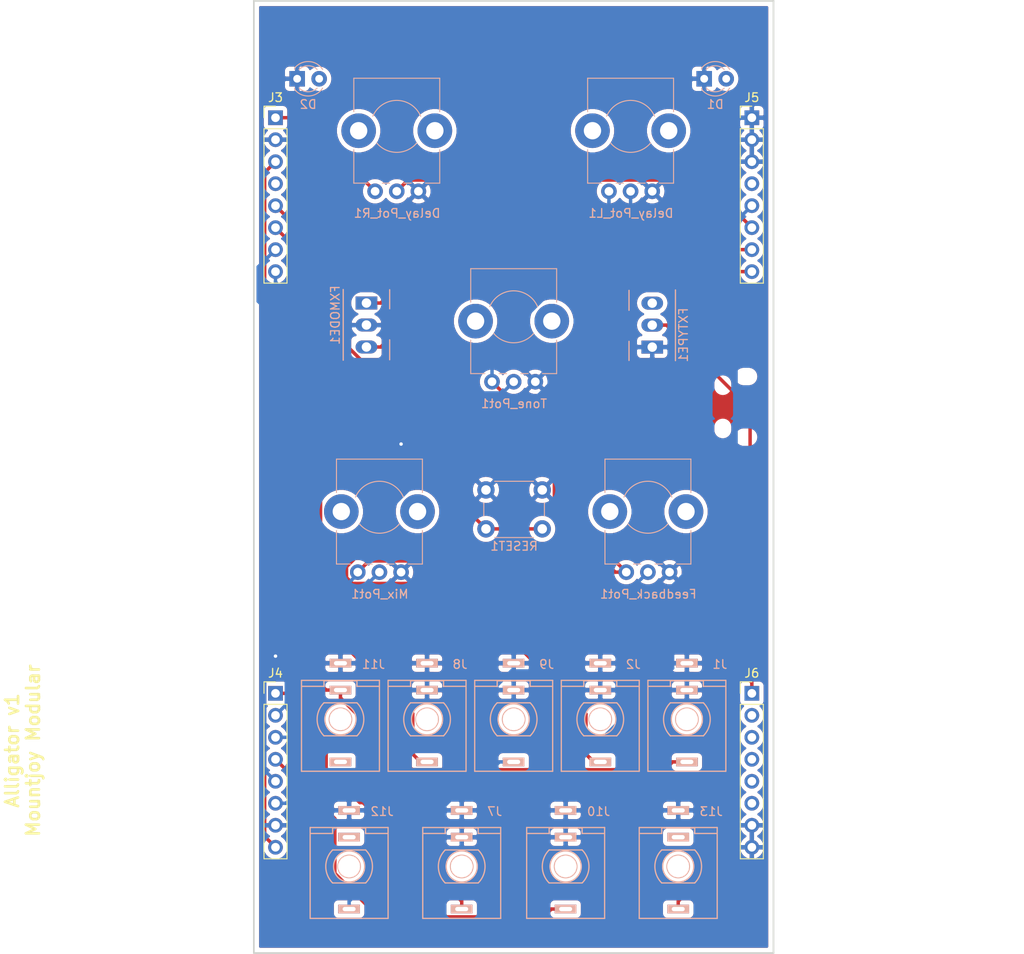
<source format=kicad_pcb>
(kicad_pcb (version 20171130) (host pcbnew "(5.1.5)-3")
  (layers (0 F.Cu signal) (31 B.Cu signal) (34 B.Paste user) (35 F.Paste user) (36 B.SilkS user) (37 F.SilkS user) (38 B.Mask user) (39 F.Mask user) (44 Edge.Cuts user))
  (net 0 "")
  (net 1 GND)
  (net 2 +3.3VA)
  (net 3 /DELAY_CHORUS)
  (net 4 /MODE1)
  (net 5 /MODE2)
  (net 6 /USB_VBUS)
  (net 7 /USB_DM)
  (net 8 /USB_DP)
  (net 9 /EXT_AUDIO_IN_L)
  (net 10 /EXT_AUDIO_IN_R)
  (net 11 /RESET)
  (net 12 /EXT_AUDIO_OUT_L)
  (net 13 /EXT_AUDIO_OUT_R)
  (net 14 /CLOCK)
  (net 15 /DELAY_CV_L)
  (net 16 /DELAY_POT_L)
  (net 17 /DELAY_CV_R)
  (net 18 /DELAY_POT_R)
  (net 19 /MIX_POT)
  (net 20 /MIX_CV)
  (net 21 /FEEDBACK_CV)
  (net 22 /FEEDBACK_POT)
  (net 23 /LED1)
  (net 24 /LED2)
  (net 25 /TONE_POT)
  (net 26 "Net-(J12-Pad2)")
  (net 27 "Net-(J13-Pad2)")
  (module Buttons_Switches_THT:SW_PUSH_6mm (layer B.Cu) (at 126.8 111)
    (fp_text reference RESET1 (at 3.25 2) (layer B.SilkS) (effects (justify mirror)))
    (fp_text value SW_Push)
    (fp_line (start 1 -5.5) (end 5.5 -5.5) (layer B.SilkS) (width 0.12))
    (fp_line (start -0.25 -1.5) (end -0.25 -3) (layer B.SilkS) (width 0.12))
    (fp_line (start 5.5 1) (end 1 1) (layer B.SilkS) (width 0.12))
    (fp_line (start 6.75 -3) (end 6.75 -1.5) (layer B.SilkS) (width 0.12))
    (pad 2 thru_hole circle (at 0 -4.5 270) (size 2 2) (drill 1.1) (layers *.Cu *.Mask) (net 1 GND))
    (pad 1 thru_hole circle (at 0 0 270) (size 2 2) (drill 1.1) (layers *.Cu *.Mask) (net 11 /RESET))
    (pad 2 thru_hole circle (at 6.5 -4.5 270) (size 2 2) (drill 1.1) (layers *.Cu *.Mask) (net 1 GND))
    (pad 1 thru_hole circle (at 6.5 0 270) (size 2 2) (drill 1.1) (layers *.Cu *.Mask) (net 11 /RESET))
  )
  (module Custom_Footprints:THONKICONN_hole (layer B.Cu) (at 120 133)
    (fp_text reference J8 (at 3.81 -6.35) (layer B.SilkS) (effects (justify mirror)))
    (fp_text value Delay_CV_R hide)
    (fp_circle (center 0 0) (end 1.3 0) (layer B.SilkS) (width 0.15))
    (fp_line (start -4.5 6) (end 4.5 6) (layer B.SilkS) (width 0.15))
    (fp_line (start -4.5 -4.5) (end 4.5 -4.5) (layer B.SilkS) (width 0.15))
    (fp_line (start -4.5 6) (end -4.5 -4.5) (layer B.SilkS) (width 0.15))
    (fp_line (start 4.5 6) (end 4.5 -4.5) (layer B.SilkS) (width 0.15))
    (fp_circle (center 0 0) (end 1.27 -1.27) (layer B.SilkS) (width 0.15))
    (fp_line (start -1.905 1.905) (end 1.905 1.905) (layer B.SilkS) (width 0.15))
    (fp_line (start 1.905 -1.905) (end -1.905 -1.905) (layer B.SilkS) (width 0.15))
    (fp_arc (start 0 0) (end -1.905 -1.905) (angle -90) (layer B.SilkS) (width 0.15))
    (fp_arc (start 0 0) (end 1.905 1.905) (angle -90) (layer B.SilkS) (width 0.15))
    (fp_line (start 1.905 -3.81) (end 4.445 -3.81) (layer B.SilkS) (width 0.15))
    (fp_line (start 1.905 -4.445) (end 1.905 -3.81) (layer B.SilkS) (width 0.15))
    (fp_line (start -1.905 -4.445) (end 1.905 -4.445) (layer B.SilkS) (width 0.15))
    (fp_line (start -1.905 -3.81) (end -1.905 -4.445) (layer B.SilkS) (width 0.15))
    (fp_line (start -4.445 -3.81) (end -1.905 -3.81) (layer B.SilkS) (width 0.15))
    (pad "" np_thru_hole circle (at 0 0) (size 2.5 2.5) (drill 2.5) (layers *.Cu *.Mask))
    (pad 1 thru_hole rect (at 0 -6.48) (size 2.5 1) (drill oval 1.5 0.5) (layers *.Cu *.Mask B.SilkS) (net 1 GND))
    (pad 2 thru_hole rect (at 0 -3.38) (size 2.5 1) (drill oval 1.5 0.5) (layers *.Cu *.Mask B.SilkS) (net 1 GND))
    (pad 3 thru_hole rect (at 0 4.92) (size 2.5 1) (drill oval 1.5 0.5) (layers *.Cu *.Mask B.SilkS) (net 17 /DELAY_CV_R))
  )
  (module Custom_Footprints:SPDTSubMiniature (layer B.Cu) (at 113 84.9078 270)
    (fp_text reference FXMODE1 (at 1.4 3.6 90) (layer B.SilkS) (effects (justify mirror)))
    (fp_text value SW_SPDT_MSM)
    (fp_line (start 4.254 -2.681) (end 6.554 -2.681) (layer B.SilkS) (width 0.15))
    (fp_line (start -1.538 -2.681) (end 0.662 -2.681) (layer B.SilkS) (width 0.15))
    (fp_line (start -1.5634 2.681) (end 6.604 2.681) (layer B.SilkS) (width 0.15))
    (pad 3 thru_hole oval (at 5.08 0 270) (size 1.5 2.5) (drill 1.0922) (layers *.Cu *.Mask) (net 5 /MODE2))
    (pad 2 thru_hole oval (at 2.54 0 270) (size 1.5 2.5) (drill 1.0922) (layers *.Cu *.Mask) (net 1 GND))
    (pad 1 thru_hole rect (at 0 0 270) (size 1.5 2.5) (drill 1.0922) (layers *.Cu *.Mask) (net 4 /MODE1))
  )
  (module Custom_Footprints:SPDTSubMiniature (layer B.Cu) (at 146 90 90)
    (fp_text reference FXTYPE1 (at 1.4 3.6 90) (layer B.SilkS) (effects (justify mirror)))
    (fp_text value SW_SPST)
    (fp_line (start 4.254 -2.681) (end 6.554 -2.681) (layer B.SilkS) (width 0.15))
    (fp_line (start -1.538 -2.681) (end 0.662 -2.681) (layer B.SilkS) (width 0.15))
    (fp_line (start -1.5634 2.681) (end 6.604 2.681) (layer B.SilkS) (width 0.15))
    (pad 3 thru_hole oval (at 5.08 0 90) (size 1.5 2.5) (drill 1.0922) (layers *.Cu *.Mask))
    (pad 2 thru_hole oval (at 2.54 0 90) (size 1.5 2.5) (drill 1.0922) (layers *.Cu *.Mask) (net 3 /DELAY_CHORUS))
    (pad 1 thru_hole rect (at 0 0 90) (size 1.5 2.5) (drill 1.0922) (layers *.Cu *.Mask) (net 1 GND))
  )
  (module Custom_Footprints:Alpha_9mm_Potentiometer (layer B.Cu) (at 114 72 90)
    (fp_text reference Delay_Pot_R1 (at -2.54 2.54) (layer B.SilkS) (effects (justify mirror)))
    (fp_text value A10k)
    (fp_line (start 13.06 7.461) (end 13.06 -2.46) (layer B.SilkS) (width 0.12))
    (fp_line (start 0.94 -0.825) (end 0.94 -2.46) (layer B.SilkS) (width 0.12))
    (fp_line (start 0.94 1.675) (end 0.94 0.825) (layer B.SilkS) (width 0.12))
    (fp_line (start 0.94 4.175) (end 0.94 3.325) (layer B.SilkS) (width 0.12))
    (fp_line (start 0.94 7.461) (end 0.94 5.825) (layer B.SilkS) (width 0.12))
    (fp_line (start 9.195 -2.46) (end 13.06 -2.46) (layer B.SilkS) (width 0.12))
    (fp_line (start 0.94 -2.46) (end 4.806 -2.46) (layer B.SilkS) (width 0.12))
    (fp_line (start 9.195 7.461) (end 13.06 7.461) (layer B.SilkS) (width 0.12))
    (fp_line (start 0.94 7.461) (end 4.806 7.461) (layer B.SilkS) (width 0.12))
    (fp_arc (start 7.5 2.5) (end 5.572 4.798) (angle 100) (layer B.SilkS) (width 0.12))
    (fp_arc (start 7.5 2.5) (end 8.673 -0.262) (angle 134) (layer B.SilkS) (width 0.12))
    (pad 0 np_thru_hole circle (at 7 -1.9 90) (size 4 4) (drill 2) (layers *.Cu *.Mask))
    (pad 0 np_thru_hole circle (at 7 6.9 90) (size 4 4) (drill 2) (layers *.Cu *.Mask))
    (pad 1 thru_hole circle (at 0 0 90) (size 1.8 1.8) (drill 1) (layers *.Cu *.Mask) (net 2 +3.3VA))
    (pad 2 thru_hole circle (at 0 2.5 90) (size 1.8 1.8) (drill 1) (layers *.Cu *.Mask) (net 18 /DELAY_POT_R))
    (pad 3 thru_hole circle (at 0 5 90) (size 1.8 1.8) (drill 1) (layers *.Cu *.Mask) (net 1 GND))
  )
  (module Custom_Footprints:Alpha_9mm_Potentiometer (layer B.Cu) (at 141 72 90)
    (fp_text reference Delay_Pot_L1 (at -2.54 2.54) (layer B.SilkS) (effects (justify mirror)))
    (fp_text value A10k)
    (fp_line (start 13.06 7.461) (end 13.06 -2.46) (layer B.SilkS) (width 0.12))
    (fp_line (start 0.94 -0.825) (end 0.94 -2.46) (layer B.SilkS) (width 0.12))
    (fp_line (start 0.94 1.675) (end 0.94 0.825) (layer B.SilkS) (width 0.12))
    (fp_line (start 0.94 4.175) (end 0.94 3.325) (layer B.SilkS) (width 0.12))
    (fp_line (start 0.94 7.461) (end 0.94 5.825) (layer B.SilkS) (width 0.12))
    (fp_line (start 9.195 -2.46) (end 13.06 -2.46) (layer B.SilkS) (width 0.12))
    (fp_line (start 0.94 -2.46) (end 4.806 -2.46) (layer B.SilkS) (width 0.12))
    (fp_line (start 9.195 7.461) (end 13.06 7.461) (layer B.SilkS) (width 0.12))
    (fp_line (start 0.94 7.461) (end 4.806 7.461) (layer B.SilkS) (width 0.12))
    (fp_arc (start 7.5 2.5) (end 5.572 4.798) (angle 100) (layer B.SilkS) (width 0.12))
    (fp_arc (start 7.5 2.5) (end 8.673 -0.262) (angle 134) (layer B.SilkS) (width 0.12))
    (pad 0 np_thru_hole circle (at 7 -1.9 90) (size 4 4) (drill 2) (layers *.Cu *.Mask))
    (pad 0 np_thru_hole circle (at 7 6.9 90) (size 4 4) (drill 2) (layers *.Cu *.Mask))
    (pad 1 thru_hole circle (at 0 0 90) (size 1.8 1.8) (drill 1) (layers *.Cu *.Mask) (net 2 +3.3VA))
    (pad 2 thru_hole circle (at 0 2.5 90) (size 1.8 1.8) (drill 1) (layers *.Cu *.Mask) (net 16 /DELAY_POT_L))
    (pad 3 thru_hole circle (at 0 5 90) (size 1.8 1.8) (drill 1) (layers *.Cu *.Mask) (net 1 GND))
  )
  (module Custom_Footprints:Alpha_9mm_Potentiometer (layer B.Cu) (at 143 116 90)
    (fp_text reference Feedback_Pot1 (at -2.54 2.54) (layer B.SilkS) (effects (justify mirror)))
    (fp_text value A10k)
    (fp_line (start 13.06 7.461) (end 13.06 -2.46) (layer B.SilkS) (width 0.12))
    (fp_line (start 0.94 -0.825) (end 0.94 -2.46) (layer B.SilkS) (width 0.12))
    (fp_line (start 0.94 1.675) (end 0.94 0.825) (layer B.SilkS) (width 0.12))
    (fp_line (start 0.94 4.175) (end 0.94 3.325) (layer B.SilkS) (width 0.12))
    (fp_line (start 0.94 7.461) (end 0.94 5.825) (layer B.SilkS) (width 0.12))
    (fp_line (start 9.195 -2.46) (end 13.06 -2.46) (layer B.SilkS) (width 0.12))
    (fp_line (start 0.94 -2.46) (end 4.806 -2.46) (layer B.SilkS) (width 0.12))
    (fp_line (start 9.195 7.461) (end 13.06 7.461) (layer B.SilkS) (width 0.12))
    (fp_line (start 0.94 7.461) (end 4.806 7.461) (layer B.SilkS) (width 0.12))
    (fp_arc (start 7.5 2.5) (end 5.572 4.798) (angle 100) (layer B.SilkS) (width 0.12))
    (fp_arc (start 7.5 2.5) (end 8.673 -0.262) (angle 134) (layer B.SilkS) (width 0.12))
    (pad 0 np_thru_hole circle (at 7 -1.9 90) (size 4 4) (drill 2) (layers *.Cu *.Mask))
    (pad 0 np_thru_hole circle (at 7 6.9 90) (size 4 4) (drill 2) (layers *.Cu *.Mask))
    (pad 1 thru_hole circle (at 0 0 90) (size 1.8 1.8) (drill 1) (layers *.Cu *.Mask) (net 2 +3.3VA))
    (pad 2 thru_hole circle (at 0 2.5 90) (size 1.8 1.8) (drill 1) (layers *.Cu *.Mask) (net 22 /FEEDBACK_POT))
    (pad 3 thru_hole circle (at 0 5 90) (size 1.8 1.8) (drill 1) (layers *.Cu *.Mask) (net 1 GND))
  )
  (module Custom_Footprints:Alpha_9mm_Potentiometer (layer B.Cu) (at 127.5 94 90)
    (fp_text reference Tone_Pot1 (at -2.54 2.54) (layer B.SilkS) (effects (justify mirror)))
    (fp_text value A10k)
    (fp_line (start 13.06 7.461) (end 13.06 -2.46) (layer B.SilkS) (width 0.12))
    (fp_line (start 0.94 -0.825) (end 0.94 -2.46) (layer B.SilkS) (width 0.12))
    (fp_line (start 0.94 1.675) (end 0.94 0.825) (layer B.SilkS) (width 0.12))
    (fp_line (start 0.94 4.175) (end 0.94 3.325) (layer B.SilkS) (width 0.12))
    (fp_line (start 0.94 7.461) (end 0.94 5.825) (layer B.SilkS) (width 0.12))
    (fp_line (start 9.195 -2.46) (end 13.06 -2.46) (layer B.SilkS) (width 0.12))
    (fp_line (start 0.94 -2.46) (end 4.806 -2.46) (layer B.SilkS) (width 0.12))
    (fp_line (start 9.195 7.461) (end 13.06 7.461) (layer B.SilkS) (width 0.12))
    (fp_line (start 0.94 7.461) (end 4.806 7.461) (layer B.SilkS) (width 0.12))
    (fp_arc (start 7.5 2.5) (end 5.572 4.798) (angle 100) (layer B.SilkS) (width 0.12))
    (fp_arc (start 7.5 2.5) (end 8.673 -0.262) (angle 134) (layer B.SilkS) (width 0.12))
    (pad 0 np_thru_hole circle (at 7 -1.9 90) (size 4 4) (drill 2) (layers *.Cu *.Mask))
    (pad 0 np_thru_hole circle (at 7 6.9 90) (size 4 4) (drill 2) (layers *.Cu *.Mask))
    (pad 1 thru_hole circle (at 0 0 90) (size 1.8 1.8) (drill 1) (layers *.Cu *.Mask) (net 2 +3.3VA))
    (pad 2 thru_hole circle (at 0 2.5 90) (size 1.8 1.8) (drill 1) (layers *.Cu *.Mask) (net 25 /TONE_POT))
    (pad 3 thru_hole circle (at 0 5 90) (size 1.8 1.8) (drill 1) (layers *.Cu *.Mask) (net 1 GND))
  )
  (module Custom_Footprints:Alpha_9mm_Potentiometer (layer B.Cu) (at 112 116 90)
    (fp_text reference Mix_Pot1 (at -2.54 2.54) (layer B.SilkS) (effects (justify mirror)))
    (fp_text value A10k)
    (fp_line (start 13.06 7.461) (end 13.06 -2.46) (layer B.SilkS) (width 0.12))
    (fp_line (start 0.94 -0.825) (end 0.94 -2.46) (layer B.SilkS) (width 0.12))
    (fp_line (start 0.94 1.675) (end 0.94 0.825) (layer B.SilkS) (width 0.12))
    (fp_line (start 0.94 4.175) (end 0.94 3.325) (layer B.SilkS) (width 0.12))
    (fp_line (start 0.94 7.461) (end 0.94 5.825) (layer B.SilkS) (width 0.12))
    (fp_line (start 9.195 -2.46) (end 13.06 -2.46) (layer B.SilkS) (width 0.12))
    (fp_line (start 0.94 -2.46) (end 4.806 -2.46) (layer B.SilkS) (width 0.12))
    (fp_line (start 9.195 7.461) (end 13.06 7.461) (layer B.SilkS) (width 0.12))
    (fp_line (start 0.94 7.461) (end 4.806 7.461) (layer B.SilkS) (width 0.12))
    (fp_arc (start 7.5 2.5) (end 5.572 4.798) (angle 100) (layer B.SilkS) (width 0.12))
    (fp_arc (start 7.5 2.5) (end 8.673 -0.262) (angle 134) (layer B.SilkS) (width 0.12))
    (pad 0 np_thru_hole circle (at 7 -1.9 90) (size 4 4) (drill 2) (layers *.Cu *.Mask))
    (pad 0 np_thru_hole circle (at 7 6.9 90) (size 4 4) (drill 2) (layers *.Cu *.Mask))
    (pad 1 thru_hole circle (at 0 0 90) (size 1.8 1.8) (drill 1) (layers *.Cu *.Mask) (net 2 +3.3VA))
    (pad 2 thru_hole circle (at 0 2.5 90) (size 1.8 1.8) (drill 1) (layers *.Cu *.Mask) (net 19 /MIX_POT))
    (pad 3 thru_hole circle (at 0 5 90) (size 1.8 1.8) (drill 1) (layers *.Cu *.Mask) (net 1 GND))
  )
  (module Custom_Footprints:THONKICONN_hole (layer B.Cu) (at 149 150)
    (fp_text reference J13 (at 3.81 -6.35) (layer B.SilkS) (effects (justify mirror)))
    (fp_text value Audio_Out_L hide)
    (fp_circle (center 0 0) (end 1.3 0) (layer B.SilkS) (width 0.15))
    (fp_line (start -4.5 6) (end 4.5 6) (layer B.SilkS) (width 0.15))
    (fp_line (start -4.5 -4.5) (end 4.5 -4.5) (layer B.SilkS) (width 0.15))
    (fp_line (start -4.5 6) (end -4.5 -4.5) (layer B.SilkS) (width 0.15))
    (fp_line (start 4.5 6) (end 4.5 -4.5) (layer B.SilkS) (width 0.15))
    (fp_circle (center 0 0) (end 1.27 -1.27) (layer B.SilkS) (width 0.15))
    (fp_line (start -1.905 1.905) (end 1.905 1.905) (layer B.SilkS) (width 0.15))
    (fp_line (start 1.905 -1.905) (end -1.905 -1.905) (layer B.SilkS) (width 0.15))
    (fp_arc (start 0 0) (end -1.905 -1.905) (angle -90) (layer B.SilkS) (width 0.15))
    (fp_arc (start 0 0) (end 1.905 1.905) (angle -90) (layer B.SilkS) (width 0.15))
    (fp_line (start 1.905 -3.81) (end 4.445 -3.81) (layer B.SilkS) (width 0.15))
    (fp_line (start 1.905 -4.445) (end 1.905 -3.81) (layer B.SilkS) (width 0.15))
    (fp_line (start -1.905 -4.445) (end 1.905 -4.445) (layer B.SilkS) (width 0.15))
    (fp_line (start -1.905 -3.81) (end -1.905 -4.445) (layer B.SilkS) (width 0.15))
    (fp_line (start -4.445 -3.81) (end -1.905 -3.81) (layer B.SilkS) (width 0.15))
    (pad "" np_thru_hole circle (at 0 0) (size 2.5 2.5) (drill 2.5) (layers *.Cu *.Mask))
    (pad 1 thru_hole rect (at 0 -6.48) (size 2.5 1) (drill oval 1.5 0.5) (layers *.Cu *.Mask B.SilkS) (net 1 GND))
    (pad 2 thru_hole rect (at 0 -3.38) (size 2.5 1) (drill oval 1.5 0.5) (layers *.Cu *.Mask B.SilkS) (net 27 "Net-(J13-Pad2)"))
    (pad 3 thru_hole rect (at 0 4.92) (size 2.5 1) (drill oval 1.5 0.5) (layers *.Cu *.Mask B.SilkS) (net 12 /EXT_AUDIO_OUT_L))
  )
  (module Custom_Footprints:THONKICONN_hole (layer B.Cu) (at 111 150)
    (fp_text reference J12 (at 3.81 -6.35) (layer B.SilkS) (effects (justify mirror)))
    (fp_text value Audio_Out_R hide)
    (fp_circle (center 0 0) (end 1.3 0) (layer B.SilkS) (width 0.15))
    (fp_line (start -4.5 6) (end 4.5 6) (layer B.SilkS) (width 0.15))
    (fp_line (start -4.5 -4.5) (end 4.5 -4.5) (layer B.SilkS) (width 0.15))
    (fp_line (start -4.5 6) (end -4.5 -4.5) (layer B.SilkS) (width 0.15))
    (fp_line (start 4.5 6) (end 4.5 -4.5) (layer B.SilkS) (width 0.15))
    (fp_circle (center 0 0) (end 1.27 -1.27) (layer B.SilkS) (width 0.15))
    (fp_line (start -1.905 1.905) (end 1.905 1.905) (layer B.SilkS) (width 0.15))
    (fp_line (start 1.905 -1.905) (end -1.905 -1.905) (layer B.SilkS) (width 0.15))
    (fp_arc (start 0 0) (end -1.905 -1.905) (angle -90) (layer B.SilkS) (width 0.15))
    (fp_arc (start 0 0) (end 1.905 1.905) (angle -90) (layer B.SilkS) (width 0.15))
    (fp_line (start 1.905 -3.81) (end 4.445 -3.81) (layer B.SilkS) (width 0.15))
    (fp_line (start 1.905 -4.445) (end 1.905 -3.81) (layer B.SilkS) (width 0.15))
    (fp_line (start -1.905 -4.445) (end 1.905 -4.445) (layer B.SilkS) (width 0.15))
    (fp_line (start -1.905 -3.81) (end -1.905 -4.445) (layer B.SilkS) (width 0.15))
    (fp_line (start -4.445 -3.81) (end -1.905 -3.81) (layer B.SilkS) (width 0.15))
    (pad "" np_thru_hole circle (at 0 0) (size 2.5 2.5) (drill 2.5) (layers *.Cu *.Mask))
    (pad 1 thru_hole rect (at 0 -6.48) (size 2.5 1) (drill oval 1.5 0.5) (layers *.Cu *.Mask B.SilkS) (net 1 GND))
    (pad 2 thru_hole rect (at 0 -3.38) (size 2.5 1) (drill oval 1.5 0.5) (layers *.Cu *.Mask B.SilkS) (net 26 "Net-(J12-Pad2)"))
    (pad 3 thru_hole rect (at 0 4.92) (size 2.5 1) (drill oval 1.5 0.5) (layers *.Cu *.Mask B.SilkS) (net 13 /EXT_AUDIO_OUT_R))
  )
  (module Custom_Footprints:THONKICONN_hole (layer B.Cu) (at 110 133)
    (fp_text reference J11 (at 3.81 -6.35) (layer B.SilkS) (effects (justify mirror)))
    (fp_text value Audio_In_R hide)
    (fp_circle (center 0 0) (end 1.3 0) (layer B.SilkS) (width 0.15))
    (fp_line (start -4.5 6) (end 4.5 6) (layer B.SilkS) (width 0.15))
    (fp_line (start -4.5 -4.5) (end 4.5 -4.5) (layer B.SilkS) (width 0.15))
    (fp_line (start -4.5 6) (end -4.5 -4.5) (layer B.SilkS) (width 0.15))
    (fp_line (start 4.5 6) (end 4.5 -4.5) (layer B.SilkS) (width 0.15))
    (fp_circle (center 0 0) (end 1.27 -1.27) (layer B.SilkS) (width 0.15))
    (fp_line (start -1.905 1.905) (end 1.905 1.905) (layer B.SilkS) (width 0.15))
    (fp_line (start 1.905 -1.905) (end -1.905 -1.905) (layer B.SilkS) (width 0.15))
    (fp_arc (start 0 0) (end -1.905 -1.905) (angle -90) (layer B.SilkS) (width 0.15))
    (fp_arc (start 0 0) (end 1.905 1.905) (angle -90) (layer B.SilkS) (width 0.15))
    (fp_line (start 1.905 -3.81) (end 4.445 -3.81) (layer B.SilkS) (width 0.15))
    (fp_line (start 1.905 -4.445) (end 1.905 -3.81) (layer B.SilkS) (width 0.15))
    (fp_line (start -1.905 -4.445) (end 1.905 -4.445) (layer B.SilkS) (width 0.15))
    (fp_line (start -1.905 -3.81) (end -1.905 -4.445) (layer B.SilkS) (width 0.15))
    (fp_line (start -4.445 -3.81) (end -1.905 -3.81) (layer B.SilkS) (width 0.15))
    (pad "" np_thru_hole circle (at 0 0) (size 2.5 2.5) (drill 2.5) (layers *.Cu *.Mask))
    (pad 1 thru_hole rect (at 0 -6.48) (size 2.5 1) (drill oval 1.5 0.5) (layers *.Cu *.Mask B.SilkS) (net 1 GND))
    (pad 2 thru_hole rect (at 0 -3.38) (size 2.5 1) (drill oval 1.5 0.5) (layers *.Cu *.Mask B.SilkS) (net 9 /EXT_AUDIO_IN_L))
    (pad 3 thru_hole rect (at 0 4.92) (size 2.5 1) (drill oval 1.5 0.5) (layers *.Cu *.Mask B.SilkS) (net 10 /EXT_AUDIO_IN_R))
  )
  (module Custom_Footprints:THONKICONN_hole (layer B.Cu) (at 136 150)
    (fp_text reference J10 (at 3.81 -6.35) (layer B.SilkS) (effects (justify mirror)))
    (fp_text value Feedback_CV hide)
    (fp_circle (center 0 0) (end 1.3 0) (layer B.SilkS) (width 0.15))
    (fp_line (start -4.5 6) (end 4.5 6) (layer B.SilkS) (width 0.15))
    (fp_line (start -4.5 -4.5) (end 4.5 -4.5) (layer B.SilkS) (width 0.15))
    (fp_line (start -4.5 6) (end -4.5 -4.5) (layer B.SilkS) (width 0.15))
    (fp_line (start 4.5 6) (end 4.5 -4.5) (layer B.SilkS) (width 0.15))
    (fp_circle (center 0 0) (end 1.27 -1.27) (layer B.SilkS) (width 0.15))
    (fp_line (start -1.905 1.905) (end 1.905 1.905) (layer B.SilkS) (width 0.15))
    (fp_line (start 1.905 -1.905) (end -1.905 -1.905) (layer B.SilkS) (width 0.15))
    (fp_arc (start 0 0) (end -1.905 -1.905) (angle -90) (layer B.SilkS) (width 0.15))
    (fp_arc (start 0 0) (end 1.905 1.905) (angle -90) (layer B.SilkS) (width 0.15))
    (fp_line (start 1.905 -3.81) (end 4.445 -3.81) (layer B.SilkS) (width 0.15))
    (fp_line (start 1.905 -4.445) (end 1.905 -3.81) (layer B.SilkS) (width 0.15))
    (fp_line (start -1.905 -4.445) (end 1.905 -4.445) (layer B.SilkS) (width 0.15))
    (fp_line (start -1.905 -3.81) (end -1.905 -4.445) (layer B.SilkS) (width 0.15))
    (fp_line (start -4.445 -3.81) (end -1.905 -3.81) (layer B.SilkS) (width 0.15))
    (pad "" np_thru_hole circle (at 0 0) (size 2.5 2.5) (drill 2.5) (layers *.Cu *.Mask))
    (pad 1 thru_hole rect (at 0 -6.48) (size 2.5 1) (drill oval 1.5 0.5) (layers *.Cu *.Mask B.SilkS) (net 1 GND))
    (pad 2 thru_hole rect (at 0 -3.38) (size 2.5 1) (drill oval 1.5 0.5) (layers *.Cu *.Mask B.SilkS) (net 1 GND))
    (pad 3 thru_hole rect (at 0 4.92) (size 2.5 1) (drill oval 1.5 0.5) (layers *.Cu *.Mask B.SilkS) (net 21 /FEEDBACK_CV))
  )
  (module Custom_Footprints:THONKICONN_hole (layer B.Cu) (at 130 133)
    (fp_text reference J9 (at 3.81 -6.35) (layer B.SilkS) (effects (justify mirror)))
    (fp_text value Clock hide)
    (fp_circle (center 0 0) (end 1.3 0) (layer B.SilkS) (width 0.15))
    (fp_line (start -4.5 6) (end 4.5 6) (layer B.SilkS) (width 0.15))
    (fp_line (start -4.5 -4.5) (end 4.5 -4.5) (layer B.SilkS) (width 0.15))
    (fp_line (start -4.5 6) (end -4.5 -4.5) (layer B.SilkS) (width 0.15))
    (fp_line (start 4.5 6) (end 4.5 -4.5) (layer B.SilkS) (width 0.15))
    (fp_circle (center 0 0) (end 1.27 -1.27) (layer B.SilkS) (width 0.15))
    (fp_line (start -1.905 1.905) (end 1.905 1.905) (layer B.SilkS) (width 0.15))
    (fp_line (start 1.905 -1.905) (end -1.905 -1.905) (layer B.SilkS) (width 0.15))
    (fp_arc (start 0 0) (end -1.905 -1.905) (angle -90) (layer B.SilkS) (width 0.15))
    (fp_arc (start 0 0) (end 1.905 1.905) (angle -90) (layer B.SilkS) (width 0.15))
    (fp_line (start 1.905 -3.81) (end 4.445 -3.81) (layer B.SilkS) (width 0.15))
    (fp_line (start 1.905 -4.445) (end 1.905 -3.81) (layer B.SilkS) (width 0.15))
    (fp_line (start -1.905 -4.445) (end 1.905 -4.445) (layer B.SilkS) (width 0.15))
    (fp_line (start -1.905 -3.81) (end -1.905 -4.445) (layer B.SilkS) (width 0.15))
    (fp_line (start -4.445 -3.81) (end -1.905 -3.81) (layer B.SilkS) (width 0.15))
    (pad "" np_thru_hole circle (at 0 0) (size 2.5 2.5) (drill 2.5) (layers *.Cu *.Mask))
    (pad 1 thru_hole rect (at 0 -6.48) (size 2.5 1) (drill oval 1.5 0.5) (layers *.Cu *.Mask B.SilkS) (net 1 GND))
    (pad 2 thru_hole rect (at 0 -3.38) (size 2.5 1) (drill oval 1.5 0.5) (layers *.Cu *.Mask B.SilkS) (net 1 GND))
    (pad 3 thru_hole rect (at 0 4.92) (size 2.5 1) (drill oval 1.5 0.5) (layers *.Cu *.Mask B.SilkS) (net 14 /CLOCK))
  )
  (module Custom_Footprints:THONKICONN_hole (layer B.Cu) (at 124 150)
    (fp_text reference J7 (at 3.81 -6.35) (layer B.SilkS) (effects (justify mirror)))
    (fp_text value Mix_CV hide)
    (fp_circle (center 0 0) (end 1.3 0) (layer B.SilkS) (width 0.15))
    (fp_line (start -4.5 6) (end 4.5 6) (layer B.SilkS) (width 0.15))
    (fp_line (start -4.5 -4.5) (end 4.5 -4.5) (layer B.SilkS) (width 0.15))
    (fp_line (start -4.5 6) (end -4.5 -4.5) (layer B.SilkS) (width 0.15))
    (fp_line (start 4.5 6) (end 4.5 -4.5) (layer B.SilkS) (width 0.15))
    (fp_circle (center 0 0) (end 1.27 -1.27) (layer B.SilkS) (width 0.15))
    (fp_line (start -1.905 1.905) (end 1.905 1.905) (layer B.SilkS) (width 0.15))
    (fp_line (start 1.905 -1.905) (end -1.905 -1.905) (layer B.SilkS) (width 0.15))
    (fp_arc (start 0 0) (end -1.905 -1.905) (angle -90) (layer B.SilkS) (width 0.15))
    (fp_arc (start 0 0) (end 1.905 1.905) (angle -90) (layer B.SilkS) (width 0.15))
    (fp_line (start 1.905 -3.81) (end 4.445 -3.81) (layer B.SilkS) (width 0.15))
    (fp_line (start 1.905 -4.445) (end 1.905 -3.81) (layer B.SilkS) (width 0.15))
    (fp_line (start -1.905 -4.445) (end 1.905 -4.445) (layer B.SilkS) (width 0.15))
    (fp_line (start -1.905 -3.81) (end -1.905 -4.445) (layer B.SilkS) (width 0.15))
    (fp_line (start -4.445 -3.81) (end -1.905 -3.81) (layer B.SilkS) (width 0.15))
    (pad "" np_thru_hole circle (at 0 0) (size 2.5 2.5) (drill 2.5) (layers *.Cu *.Mask))
    (pad 1 thru_hole rect (at 0 -6.48) (size 2.5 1) (drill oval 1.5 0.5) (layers *.Cu *.Mask B.SilkS) (net 1 GND))
    (pad 2 thru_hole rect (at 0 -3.38) (size 2.5 1) (drill oval 1.5 0.5) (layers *.Cu *.Mask B.SilkS) (net 1 GND))
    (pad 3 thru_hole rect (at 0 4.92) (size 2.5 1) (drill oval 1.5 0.5) (layers *.Cu *.Mask B.SilkS) (net 20 /MIX_CV))
  )
  (module Socket_Strips:Socket_Strip_Straight_1x08_Pitch2.54mm (layer F.Cu) (at 157.5 130)
    (fp_text reference J6 (at 0 -2.33) (layer F.SilkS))
    (fp_text value Conn_01x08_Female)
    (fp_line (start -1.33 1.27) (end -1.33 19.11) (layer F.SilkS) (width 0.12))
    (fp_line (start -1.33 19.11) (end 1.33 19.11) (layer F.SilkS) (width 0.12))
    (fp_line (start 1.33 19.11) (end 1.33 1.27) (layer F.SilkS) (width 0.12))
    (fp_line (start 1.33 1.27) (end -1.33 1.27) (layer F.SilkS) (width 0.12))
    (fp_line (start -1.33 0) (end -1.33 -1.33) (layer F.SilkS) (width 0.12))
    (fp_line (start -1.33 -1.33) (end 0 -1.33) (layer F.SilkS) (width 0.12))
    (pad 1 thru_hole rect (at 0 0) (size 1.7 1.7) (drill 1) (layers *.Cu *.Mask) (net 3 /DELAY_CHORUS))
    (pad 2 thru_hole oval (at 0 2.54) (size 1.7 1.7) (drill 1) (layers *.Cu *.Mask) (net 24 /LED2))
    (pad 3 thru_hole oval (at 0 5.08) (size 1.7 1.7) (drill 1) (layers *.Cu *.Mask) (net 23 /LED1))
    (pad 4 thru_hole oval (at 0 7.62) (size 1.7 1.7) (drill 1) (layers *.Cu *.Mask) (net 8 /USB_DP))
    (pad 5 thru_hole oval (at 0 10.16) (size 1.7 1.7) (drill 1) (layers *.Cu *.Mask) (net 7 /USB_DM))
    (pad 6 thru_hole oval (at 0 12.7) (size 1.7 1.7) (drill 1) (layers *.Cu *.Mask) (net 6 /USB_VBUS))
    (pad 7 thru_hole oval (at 0 15.24) (size 1.7 1.7) (drill 1) (layers *.Cu *.Mask) (net 1 GND))
    (pad 8 thru_hole oval (at 0 17.78) (size 1.7 1.7) (drill 1) (layers *.Cu *.Mask) (net 1 GND))
  )
  (module Socket_Strips:Socket_Strip_Straight_1x08_Pitch2.54mm (layer F.Cu) (at 157.5 63.5)
    (fp_text reference J5 (at 0 -2.33) (layer F.SilkS))
    (fp_text value Conn_01x08_Female)
    (fp_line (start -1.33 1.27) (end -1.33 19.11) (layer F.SilkS) (width 0.12))
    (fp_line (start -1.33 19.11) (end 1.33 19.11) (layer F.SilkS) (width 0.12))
    (fp_line (start 1.33 19.11) (end 1.33 1.27) (layer F.SilkS) (width 0.12))
    (fp_line (start 1.33 1.27) (end -1.33 1.27) (layer F.SilkS) (width 0.12))
    (fp_line (start -1.33 0) (end -1.33 -1.33) (layer F.SilkS) (width 0.12))
    (fp_line (start -1.33 -1.33) (end 0 -1.33) (layer F.SilkS) (width 0.12))
    (pad 1 thru_hole rect (at 0 0) (size 1.7 1.7) (drill 1) (layers *.Cu *.Mask) (net 1 GND))
    (pad 2 thru_hole oval (at 0 2.54) (size 1.7 1.7) (drill 1) (layers *.Cu *.Mask) (net 1 GND))
    (pad 3 thru_hole oval (at 0 5.08) (size 1.7 1.7) (drill 1) (layers *.Cu *.Mask) (net 1 GND))
    (pad 4 thru_hole oval (at 0 7.62) (size 1.7 1.7) (drill 1) (layers *.Cu *.Mask) (net 12 /EXT_AUDIO_OUT_L))
    (pad 5 thru_hole oval (at 0 10.16) (size 1.7 1.7) (drill 1) (layers *.Cu *.Mask) (net 13 /EXT_AUDIO_OUT_R))
    (pad 6 thru_hole oval (at 0 12.7) (size 1.7 1.7) (drill 1) (layers *.Cu *.Mask) (net 18 /DELAY_POT_R))
    (pad 7 thru_hole oval (at 0 15.24) (size 1.7 1.7) (drill 1) (layers *.Cu *.Mask) (net 4 /MODE1))
    (pad 8 thru_hole oval (at 0 17.78) (size 1.7 1.7) (drill 1) (layers *.Cu *.Mask) (net 5 /MODE2))
  )
  (module Socket_Strips:Socket_Strip_Straight_1x08_Pitch2.54mm (layer F.Cu) (at 102.5 130)
    (fp_text reference J4 (at 0 -2.33) (layer F.SilkS))
    (fp_text value Conn_01x08_Female)
    (fp_line (start -1.33 1.27) (end -1.33 19.11) (layer F.SilkS) (width 0.12))
    (fp_line (start -1.33 19.11) (end 1.33 19.11) (layer F.SilkS) (width 0.12))
    (fp_line (start 1.33 19.11) (end 1.33 1.27) (layer F.SilkS) (width 0.12))
    (fp_line (start 1.33 1.27) (end -1.33 1.27) (layer F.SilkS) (width 0.12))
    (fp_line (start -1.33 0) (end -1.33 -1.33) (layer F.SilkS) (width 0.12))
    (fp_line (start -1.33 -1.33) (end 0 -1.33) (layer F.SilkS) (width 0.12))
    (pad 1 thru_hole rect (at 0 0) (size 1.7 1.7) (drill 1) (layers *.Cu *.Mask) (net 20 /MIX_CV))
    (pad 2 thru_hole oval (at 0 2.54) (size 1.7 1.7) (drill 1) (layers *.Cu *.Mask) (net 19 /MIX_POT))
    (pad 3 thru_hole oval (at 0 5.08) (size 1.7 1.7) (drill 1) (layers *.Cu *.Mask) (net 22 /FEEDBACK_POT))
    (pad 4 thru_hole oval (at 0 7.62) (size 1.7 1.7) (drill 1) (layers *.Cu *.Mask) (net 21 /FEEDBACK_CV))
    (pad 5 thru_hole oval (at 0 10.16) (size 1.7 1.7) (drill 1) (layers *.Cu *.Mask) (net 16 /DELAY_POT_L))
    (pad 6 thru_hole oval (at 0 12.7) (size 1.7 1.7) (drill 1) (layers *.Cu *.Mask) (net 14 /CLOCK))
    (pad 7 thru_hole oval (at 0 15.24) (size 1.7 1.7) (drill 1) (layers *.Cu *.Mask) (net 1 GND))
    (pad 8 thru_hole oval (at 0 17.78) (size 1.7 1.7) (drill 1) (layers *.Cu *.Mask) (net 2 +3.3VA))
  )
  (module Socket_Strips:Socket_Strip_Straight_1x08_Pitch2.54mm (layer F.Cu) (at 102.5 63.5)
    (fp_text reference J3 (at 0 -2.33) (layer F.SilkS))
    (fp_text value Conn_01x08_Female)
    (fp_line (start -1.33 1.27) (end -1.33 19.11) (layer F.SilkS) (width 0.12))
    (fp_line (start -1.33 19.11) (end 1.33 19.11) (layer F.SilkS) (width 0.12))
    (fp_line (start 1.33 19.11) (end 1.33 1.27) (layer F.SilkS) (width 0.12))
    (fp_line (start 1.33 1.27) (end -1.33 1.27) (layer F.SilkS) (width 0.12))
    (fp_line (start -1.33 0) (end -1.33 -1.33) (layer F.SilkS) (width 0.12))
    (fp_line (start -1.33 -1.33) (end 0 -1.33) (layer F.SilkS) (width 0.12))
    (pad 1 thru_hole rect (at 0 0) (size 1.7 1.7) (drill 1) (layers *.Cu *.Mask) (net 2 +3.3VA))
    (pad 2 thru_hole oval (at 0 2.54) (size 1.7 1.7) (drill 1) (layers *.Cu *.Mask) (net 1 GND))
    (pad 3 thru_hole oval (at 0 5.08) (size 1.7 1.7) (drill 1) (layers *.Cu *.Mask) (net 9 /EXT_AUDIO_IN_L))
    (pad 4 thru_hole oval (at 0 7.62) (size 1.7 1.7) (drill 1) (layers *.Cu *.Mask) (net 10 /EXT_AUDIO_IN_R))
    (pad 5 thru_hole oval (at 0 10.16) (size 1.7 1.7) (drill 1) (layers *.Cu *.Mask) (net 15 /DELAY_CV_L))
    (pad 6 thru_hole oval (at 0 12.7) (size 1.7 1.7) (drill 1) (layers *.Cu *.Mask) (net 17 /DELAY_CV_R))
    (pad 7 thru_hole oval (at 0 15.24) (size 1.7 1.7) (drill 1) (layers *.Cu *.Mask) (net 11 /RESET))
    (pad 8 thru_hole oval (at 0 17.78) (size 1.7 1.7) (drill 1) (layers *.Cu *.Mask) (net 25 /TONE_POT))
  )
  (module Custom_Footprints:THONKICONN_hole (layer B.Cu) (at 140 133)
    (fp_text reference J2 (at 3.81 -6.35) (layer B.SilkS) (effects (justify mirror)))
    (fp_text value Delay_CV_L hide)
    (fp_circle (center 0 0) (end 1.3 0) (layer B.SilkS) (width 0.15))
    (fp_line (start -4.5 6) (end 4.5 6) (layer B.SilkS) (width 0.15))
    (fp_line (start -4.5 -4.5) (end 4.5 -4.5) (layer B.SilkS) (width 0.15))
    (fp_line (start -4.5 6) (end -4.5 -4.5) (layer B.SilkS) (width 0.15))
    (fp_line (start 4.5 6) (end 4.5 -4.5) (layer B.SilkS) (width 0.15))
    (fp_circle (center 0 0) (end 1.27 -1.27) (layer B.SilkS) (width 0.15))
    (fp_line (start -1.905 1.905) (end 1.905 1.905) (layer B.SilkS) (width 0.15))
    (fp_line (start 1.905 -1.905) (end -1.905 -1.905) (layer B.SilkS) (width 0.15))
    (fp_arc (start 0 0) (end -1.905 -1.905) (angle -90) (layer B.SilkS) (width 0.15))
    (fp_arc (start 0 0) (end 1.905 1.905) (angle -90) (layer B.SilkS) (width 0.15))
    (fp_line (start 1.905 -3.81) (end 4.445 -3.81) (layer B.SilkS) (width 0.15))
    (fp_line (start 1.905 -4.445) (end 1.905 -3.81) (layer B.SilkS) (width 0.15))
    (fp_line (start -1.905 -4.445) (end 1.905 -4.445) (layer B.SilkS) (width 0.15))
    (fp_line (start -1.905 -3.81) (end -1.905 -4.445) (layer B.SilkS) (width 0.15))
    (fp_line (start -4.445 -3.81) (end -1.905 -3.81) (layer B.SilkS) (width 0.15))
    (pad "" np_thru_hole circle (at 0 0) (size 2.5 2.5) (drill 2.5) (layers *.Cu *.Mask))
    (pad 1 thru_hole rect (at 0 -6.48) (size 2.5 1) (drill oval 1.5 0.5) (layers *.Cu *.Mask B.SilkS) (net 1 GND))
    (pad 2 thru_hole rect (at 0 -3.38) (size 2.5 1) (drill oval 1.5 0.5) (layers *.Cu *.Mask B.SilkS) (net 1 GND))
    (pad 3 thru_hole rect (at 0 4.92) (size 2.5 1) (drill oval 1.5 0.5) (layers *.Cu *.Mask B.SilkS) (net 15 /DELAY_CV_L))
  )
  (module Custom_Footprints:THONKICONN_hole (layer B.Cu) (at 150 133)
    (fp_text reference J1 (at 3.81 -6.35) (layer B.SilkS) (effects (justify mirror)))
    (fp_text value Audio_In_L hide)
    (fp_circle (center 0 0) (end 1.3 0) (layer B.SilkS) (width 0.15))
    (fp_line (start -4.5 6) (end 4.5 6) (layer B.SilkS) (width 0.15))
    (fp_line (start -4.5 -4.5) (end 4.5 -4.5) (layer B.SilkS) (width 0.15))
    (fp_line (start -4.5 6) (end -4.5 -4.5) (layer B.SilkS) (width 0.15))
    (fp_line (start 4.5 6) (end 4.5 -4.5) (layer B.SilkS) (width 0.15))
    (fp_circle (center 0 0) (end 1.27 -1.27) (layer B.SilkS) (width 0.15))
    (fp_line (start -1.905 1.905) (end 1.905 1.905) (layer B.SilkS) (width 0.15))
    (fp_line (start 1.905 -1.905) (end -1.905 -1.905) (layer B.SilkS) (width 0.15))
    (fp_arc (start 0 0) (end -1.905 -1.905) (angle -90) (layer B.SilkS) (width 0.15))
    (fp_arc (start 0 0) (end 1.905 1.905) (angle -90) (layer B.SilkS) (width 0.15))
    (fp_line (start 1.905 -3.81) (end 4.445 -3.81) (layer B.SilkS) (width 0.15))
    (fp_line (start 1.905 -4.445) (end 1.905 -3.81) (layer B.SilkS) (width 0.15))
    (fp_line (start -1.905 -4.445) (end 1.905 -4.445) (layer B.SilkS) (width 0.15))
    (fp_line (start -1.905 -3.81) (end -1.905 -4.445) (layer B.SilkS) (width 0.15))
    (fp_line (start -4.445 -3.81) (end -1.905 -3.81) (layer B.SilkS) (width 0.15))
    (pad "" np_thru_hole circle (at 0 0) (size 2.5 2.5) (drill 2.5) (layers *.Cu *.Mask))
    (pad 1 thru_hole rect (at 0 -6.48) (size 2.5 1) (drill oval 1.5 0.5) (layers *.Cu *.Mask B.SilkS) (net 1 GND))
    (pad 2 thru_hole rect (at 0 -3.38) (size 2.5 1) (drill oval 1.5 0.5) (layers *.Cu *.Mask B.SilkS) (net 1 GND))
    (pad 3 thru_hole rect (at 0 4.92) (size 2.5 1) (drill oval 1.5 0.5) (layers *.Cu *.Mask B.SilkS) (net 9 /EXT_AUDIO_IN_L))
  )
  (module LEDs:LED_D3.0mm (layer B.Cu) (at 105 59)
    (fp_text reference D2 (at 1.27 2.96) (layer B.SilkS) (effects (justify mirror)))
    (fp_text value LED)
    (fp_arc (start 1.27 0) (end -0.29 1.235516) (angle -108.8) (layer B.SilkS) (width 0.12))
    (fp_arc (start 1.27 0) (end -0.29 -1.235516) (angle 108.8) (layer B.SilkS) (width 0.12))
    (fp_arc (start 1.27 0) (end 0.229039 1.08) (angle -87.9) (layer B.SilkS) (width 0.12))
    (fp_arc (start 1.27 0) (end 0.229039 -1.08) (angle 87.9) (layer B.SilkS) (width 0.12))
    (fp_line (start -0.29 1.236) (end -0.29 1.08) (layer B.SilkS) (width 0.12))
    (fp_line (start -0.29 -1.08) (end -0.29 -1.236) (layer B.SilkS) (width 0.12))
    (pad 1 thru_hole rect (at 0 0) (size 1.8 1.8) (drill 0.9) (layers *.Cu *.Mask) (net 1 GND))
    (pad 2 thru_hole circle (at 2.54 0) (size 1.8 1.8) (drill 0.9) (layers *.Cu *.Mask) (net 24 /LED2))
  )
  (module LEDs:LED_D3.0mm (layer B.Cu) (at 152 59)
    (fp_text reference D1 (at 1.27 2.96) (layer B.SilkS) (effects (justify mirror)))
    (fp_text value LED)
    (fp_arc (start 1.27 0) (end -0.29 1.235516) (angle -108.8) (layer B.SilkS) (width 0.12))
    (fp_arc (start 1.27 0) (end -0.29 -1.235516) (angle 108.8) (layer B.SilkS) (width 0.12))
    (fp_arc (start 1.27 0) (end 0.229039 1.08) (angle -87.9) (layer B.SilkS) (width 0.12))
    (fp_arc (start 1.27 0) (end 0.229039 -1.08) (angle 87.9) (layer B.SilkS) (width 0.12))
    (fp_line (start -0.29 1.236) (end -0.29 1.08) (layer B.SilkS) (width 0.12))
    (fp_line (start -0.29 -1.08) (end -0.29 -1.236) (layer B.SilkS) (width 0.12))
    (pad 1 thru_hole rect (at 0 0) (size 1.8 1.8) (drill 0.9) (layers *.Cu *.Mask) (net 1 GND))
    (pad 2 thru_hole circle (at 2.54 0) (size 1.8 1.8) (drill 0.9) (layers *.Cu *.Mask) (net 23 /LED1))
  )
  (module Mounting_Holes:MountingHole_3.2mm_M3 (layer F.Cu) (at 182 151)
    (fp_text reference H1 hide)
    (fp_text value MountingHole_Pad)
    (pad 1 np_thru_hole circle (at 0 0) (size 3.2 3.2) (drill 3.2) (layers *.Cu *.Mask) (net 1 GND))
  )
  (gr_text "Alligator v1\nMountjoy Modular" (at 73.3 136.6 90) (layer F.SilkS) (effects (font (size 1.5 1.5) (thickness 0.3))))
  (gr_line (start 160 50) (end 160 160) (layer Edge.Cuts) (width 0.2))
  (gr_line (start 100 160) (end 160 160) (layer Edge.Cuts) (width 0.2))
  (gr_line (start 100 50) (end 100 160) (layer Edge.Cuts) (width 0.2))
  (gr_line (start 100 50) (end 160 50) (layer Edge.Cuts) (width 0.2))
  (segment (start 105.5 63.5) (end 114 72) (width 0.4) (layer F.Cu) (net 2))
  (segment (start 102.5 63.5) (end 105.5 63.5) (width 0.4) (layer F.Cu) (net 2))
  (segment (start 134.700001 101.200001) (end 127.5 94) (width 0.4) (layer F.Cu) (net 2))
  (segment (start 141.727208 116) (end 134.700001 108.972793) (width 0.4) (layer F.Cu) (net 2))
  (segment (start 134.700001 108.972793) (end 134.700001 101.200001) (width 0.4) (layer F.Cu) (net 2))
  (segment (start 143 116) (end 141.727208 116) (width 0.4) (layer F.Cu) (net 2))
  (segment (start 141.699999 114.699999) (end 143 116) (width 0.4) (layer F.Cu) (net 2))
  (segment (start 113.300001 114.699999) (end 141.699999 114.699999) (width 0.4) (layer F.Cu) (net 2))
  (segment (start 112 116) (end 113.300001 114.699999) (width 0.4) (layer F.Cu) (net 2))
  (segment (start 141 73.272792) (end 141 72) (width 0.4) (layer B.Cu) (net 2))
  (segment (start 141 76.847998) (end 141 73.272792) (width 0.4) (layer B.Cu) (net 2))
  (segment (start 127.5 90.347998) (end 141 76.847998) (width 0.4) (layer B.Cu) (net 2))
  (segment (start 127.5 94) (end 127.5 90.347998) (width 0.4) (layer B.Cu) (net 2))
  (segment (start 101.249999 126.950001) (end 102.5 125.7) (width 0.4) (layer F.Cu) (net 2))
  (segment (start 102.5 147.78) (end 101.249999 146.529999) (width 0.4) (layer F.Cu) (net 2))
  (via (at 102.5 125.7) (size 0.8) (drill 0.4) (layers F.Cu B.Cu) (net 2))
  (segment (start 101.249999 146.529999) (end 101.249999 126.950001) (width 0.4) (layer F.Cu) (net 2))
  (segment (start 112 116.2) (end 112 116) (width 0.4) (layer B.Cu) (net 2))
  (segment (start 102.5 125.7) (end 112 116.2) (width 0.4) (layer B.Cu) (net 2))
  (segment (start 157.5 128.75) (end 157.3 128.55) (width 0.4) (layer F.Cu) (net 3))
  (segment (start 157.5 130) (end 157.5 128.75) (width 0.4) (layer F.Cu) (net 3))
  (segment (start 147.65 87.46) (end 146 87.46) (width 0.4) (layer F.Cu) (net 3))
  (segment (start 157.3 97.11) (end 147.65 87.46) (width 0.4) (layer F.Cu) (net 3))
  (segment (start 157.3 128.55) (end 157.3 97.11) (width 0.4) (layer F.Cu) (net 3))
  (segment (start 120.8178 78.74) (end 157.5 78.74) (width 0.4) (layer F.Cu) (net 4))
  (segment (start 114.65 84.9078) (end 120.8178 78.74) (width 0.4) (layer F.Cu) (net 4))
  (segment (start 113 84.9078) (end 114.65 84.9078) (width 0.4) (layer F.Cu) (net 4))
  (segment (start 123.3578 81.28) (end 157.5 81.28) (width 0.4) (layer F.Cu) (net 5))
  (segment (start 114.65 89.9878) (end 123.3578 81.28) (width 0.4) (layer F.Cu) (net 5))
  (segment (start 113 89.9878) (end 114.65 89.9878) (width 0.4) (layer F.Cu) (net 5))
  (segment (start 101.249999 69.830001) (end 102.5 68.58) (width 0.4) (layer F.Cu) (net 9))
  (segment (start 101.249999 122.519999) (end 101.249999 69.830001) (width 0.4) (layer F.Cu) (net 9))
  (segment (start 108.35 129.62) (end 101.249999 122.519999) (width 0.4) (layer F.Cu) (net 9))
  (segment (start 110 129.62) (end 108.35 129.62) (width 0.4) (layer F.Cu) (net 9))
  (segment (start 147.449999 138.820001) (end 148.35 137.92) (width 0.4) (layer F.Cu) (net 9))
  (segment (start 118.300001 138.820001) (end 147.449999 138.820001) (width 0.4) (layer F.Cu) (net 9))
  (segment (start 110 130.52) (end 118.300001 138.820001) (width 0.4) (layer F.Cu) (net 9))
  (segment (start 148.35 137.92) (end 150 137.92) (width 0.4) (layer F.Cu) (net 9))
  (segment (start 110 129.62) (end 110 130.52) (width 0.4) (layer F.Cu) (net 9))
  (segment (start 133.3 111) (end 126.8 111) (width 0.4) (layer F.Cu) (net 11))
  (via (at 117 101.2) (size 0.8) (drill 0.4) (layers F.Cu B.Cu) (net 11))
  (segment (start 126.8 111) (end 117 101.2) (width 0.4) (layer F.Cu) (net 11))
  (segment (start 101.650001 79.589999) (end 102.5 78.74) (width 0.4) (layer B.Cu) (net 11))
  (segment (start 100.50001 80.73999) (end 101.650001 79.589999) (width 0.4) (layer B.Cu) (net 11))
  (segment (start 100.50001 84.70001) (end 100.50001 80.73999) (width 0.4) (layer B.Cu) (net 11))
  (segment (start 117 101.2) (end 100.50001 84.70001) (width 0.4) (layer B.Cu) (net 11))
  (segment (start 149 154.02) (end 155.67499 147.34501) (width 0.4) (layer F.Cu) (net 12))
  (segment (start 149 154.92) (end 149 154.02) (width 0.4) (layer F.Cu) (net 12))
  (segment (start 155.67499 75.48501) (end 157.5 73.66) (width 0.4) (layer B.Cu) (net 13))
  (segment (start 148.349999 127.092003) (end 148.349999 117.574003) (width 0.4) (layer B.Cu) (net 13))
  (segment (start 136.021991 139.420011) (end 148.349999 127.092003) (width 0.4) (layer B.Cu) (net 13))
  (segment (start 125.599989 139.420011) (end 136.021991 139.420011) (width 0.4) (layer B.Cu) (net 13))
  (segment (start 155.67499 110.249012) (end 155.67499 75.48501) (width 0.4) (layer B.Cu) (net 13))
  (segment (start 111 154.02) (end 125.599989 139.420011) (width 0.4) (layer B.Cu) (net 13))
  (segment (start 148.349999 117.574003) (end 155.67499 110.249012) (width 0.4) (layer B.Cu) (net 13))
  (segment (start 111 154.92) (end 111 154.02) (width 0.4) (layer B.Cu) (net 13))
  (segment (start 128.35 137.92) (end 130 137.92) (width 0.4) (layer B.Cu) (net 14))
  (segment (start 107.58208 138.820001) (end 127.449999 138.820001) (width 0.4) (layer B.Cu) (net 14))
  (segment (start 127.449999 138.820001) (end 128.35 137.92) (width 0.4) (layer B.Cu) (net 14))
  (segment (start 103.702081 142.7) (end 107.58208 138.820001) (width 0.4) (layer B.Cu) (net 14))
  (segment (start 102.5 142.7) (end 103.702081 142.7) (width 0.4) (layer B.Cu) (net 14))
  (segment (start 138.35 137.02) (end 139.25 137.92) (width 0.4) (layer F.Cu) (net 15))
  (segment (start 108.300009 79.460009) (end 102.5 73.66) (width 0.4) (layer F.Cu) (net 15))
  (segment (start 108.300009 87.414168) (end 108.300009 79.460009) (width 0.4) (layer F.Cu) (net 15))
  (segment (start 112.83781 91.951969) (end 108.300009 87.414168) (width 0.4) (layer F.Cu) (net 15))
  (segment (start 112.83781 113.238188) (end 112.83781 91.951969) (width 0.4) (layer F.Cu) (net 15))
  (segment (start 110.699999 115.375999) (end 112.83781 113.238188) (width 0.4) (layer F.Cu) (net 15))
  (segment (start 110.699999 116.624001) (end 110.699999 115.375999) (width 0.4) (layer F.Cu) (net 15))
  (segment (start 111.375999 117.300001) (end 110.699999 116.624001) (width 0.4) (layer F.Cu) (net 15))
  (segment (start 123.250003 117.300001) (end 111.375999 117.300001) (width 0.4) (layer F.Cu) (net 15))
  (segment (start 138.349999 132.399997) (end 123.250003 117.300001) (width 0.4) (layer F.Cu) (net 15))
  (segment (start 139.25 137.92) (end 138.349999 137.019999) (width 0.4) (layer F.Cu) (net 15))
  (segment (start 138.349999 137.019999) (end 138.349999 132.399997) (width 0.4) (layer F.Cu) (net 15))
  (segment (start 140 137.92) (end 139.25 137.92) (width 0.4) (layer F.Cu) (net 15))
  (segment (start 102.5 140.16) (end 101.249999 138.909999) (width 0.4) (layer B.Cu) (net 16))
  (segment (start 101.249999 123.097999) (end 119.247999 105.099999) (width 0.4) (layer B.Cu) (net 16))
  (segment (start 143.5 84.924002) (end 143.5 72) (width 0.4) (layer B.Cu) (net 16))
  (segment (start 119.247999 105.099999) (end 123.324003 105.099999) (width 0.4) (layer B.Cu) (net 16))
  (segment (start 101.249999 138.909999) (end 101.249999 123.097999) (width 0.4) (layer B.Cu) (net 16))
  (segment (start 123.324003 105.099999) (end 143.5 84.924002) (width 0.4) (layer B.Cu) (net 16))
  (segment (start 118.35 137.02) (end 119.25 137.92) (width 0.4) (layer F.Cu) (net 17))
  (segment (start 118.349999 132.349999) (end 118.35 137.02) (width 0.4) (layer F.Cu) (net 17))
  (segment (start 107.699999 121.699999) (end 118.349999 132.349999) (width 0.4) (layer F.Cu) (net 17))
  (segment (start 107.699999 81.399999) (end 107.699999 121.699999) (width 0.4) (layer F.Cu) (net 17))
  (segment (start 119.25 137.92) (end 120 137.92) (width 0.4) (layer F.Cu) (net 17))
  (segment (start 102.5 76.2) (end 107.699999 81.399999) (width 0.4) (layer F.Cu) (net 17))
  (segment (start 117.399999 71.100001) (end 116.5 72) (width 0.4) (layer F.Cu) (net 18))
  (segment (start 117.800001 70.699999) (end 117.399999 71.100001) (width 0.4) (layer F.Cu) (net 18))
  (segment (start 151.999999 70.699999) (end 117.800001 70.699999) (width 0.4) (layer F.Cu) (net 18))
  (segment (start 157.5 76.2) (end 151.999999 70.699999) (width 0.4) (layer F.Cu) (net 18))
  (segment (start 103.750001 126.749999) (end 114.5 116) (width 0.4) (layer B.Cu) (net 19))
  (segment (start 103.750001 131.289999) (end 103.750001 126.749999) (width 0.4) (layer B.Cu) (net 19))
  (segment (start 102.5 132.54) (end 103.750001 131.289999) (width 0.4) (layer B.Cu) (net 19))
  (segment (start 124 154.02) (end 124 154.92) (width 0.4) (layer F.Cu) (net 20))
  (segment (start 112.599999 142.619999) (end 124 154.02) (width 0.4) (layer F.Cu) (net 20))
  (segment (start 112.229997 142.619999) (end 112.599999 142.619999) (width 0.4) (layer F.Cu) (net 20))
  (segment (start 108.349999 138.740001) (end 112.229997 142.619999) (width 0.4) (layer F.Cu) (net 20))
  (segment (start 108.349999 134.599999) (end 108.349999 138.740001) (width 0.4) (layer F.Cu) (net 20))
  (segment (start 103.75 130) (end 108.349999 134.599999) (width 0.4) (layer F.Cu) (net 20))
  (segment (start 102.5 130) (end 103.75 130) (width 0.4) (layer F.Cu) (net 20))
  (segment (start 133.449999 155.820001) (end 134.35 154.92) (width 0.4) (layer F.Cu) (net 21))
  (segment (start 114.377999 155.820001) (end 133.449999 155.820001) (width 0.4) (layer F.Cu) (net 21))
  (segment (start 109.349999 150.792001) (end 114.377999 155.820001) (width 0.4) (layer F.Cu) (net 21))
  (segment (start 109.349999 144.469999) (end 109.349999 150.792001) (width 0.4) (layer F.Cu) (net 21))
  (segment (start 134.35 154.92) (end 136 154.92) (width 0.4) (layer F.Cu) (net 21))
  (segment (start 102.5 137.62) (end 109.349999 144.469999) (width 0.4) (layer F.Cu) (net 21))
  (segment (start 134.079999 127.420001) (end 145.5 116) (width 0.4) (layer B.Cu) (net 22))
  (segment (start 129.729997 127.420001) (end 134.079999 127.420001) (width 0.4) (layer B.Cu) (net 22))
  (segment (start 122.069998 135.08) (end 129.729997 127.420001) (width 0.4) (layer B.Cu) (net 22))
  (segment (start 102.5 135.08) (end 122.069998 135.08) (width 0.4) (layer B.Cu) (net 22))
  (segment (start 115.31792 95.300001) (end 102.5 82.482081) (width 0.4) (layer B.Cu) (net 25))
  (segment (start 128.699999 95.300001) (end 115.31792 95.300001) (width 0.4) (layer B.Cu) (net 25))
  (segment (start 102.5 82.482081) (end 102.5 81.28) (width 0.4) (layer B.Cu) (net 25))
  (segment (start 130 94) (end 128.699999 95.300001) (width 0.4) (layer B.Cu) (net 25))
  (zone (net 1) (net_name GND) (layer F.Cu) (connect_pads (clearance 0.508)) (min_thickness 0.254) (fill yes (arc_segments 16) (thermal_gap 0.508) (thermal_bridge_width 0.508))
    (polygon (pts (xy 100 50) (xy 160 50) (xy 160 160) (xy 100 160)))
  )
  (zone (net 1) (net_name GND) (layer B.Cu) (connect_pads (clearance 0.508)) (min_thickness 0.254) (fill yes (arc_segments 16) (thermal_gap 0.508) (thermal_bridge_width 0.508))
    (polygon (pts (xy 100 50) (xy 160 50) (xy 160 160) (xy 100 160)))
  )
)
</source>
